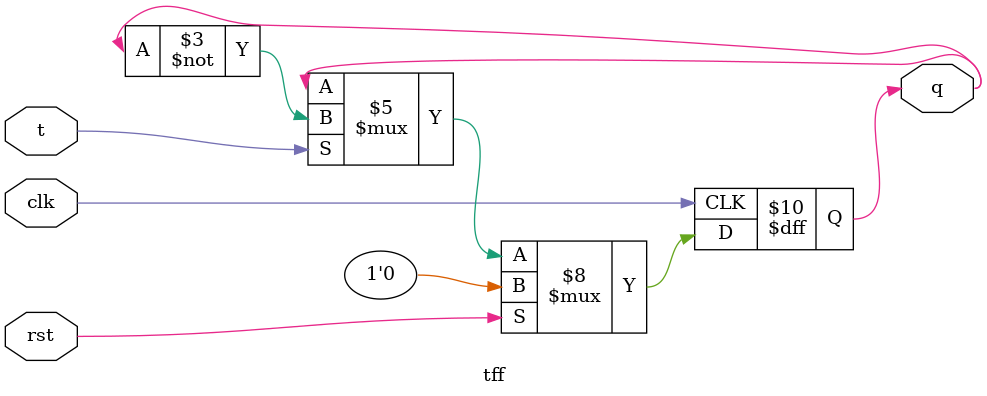
<source format=v>
module tff(clk,rst,t,q);
	input clk,rst,t;
	output reg q;
	always@(posedge clk)begin
		if(rst) q<=0;
		else begin
			if(!t) q<=q;
			else q<=~q;
		end
	end
endmodule

</source>
